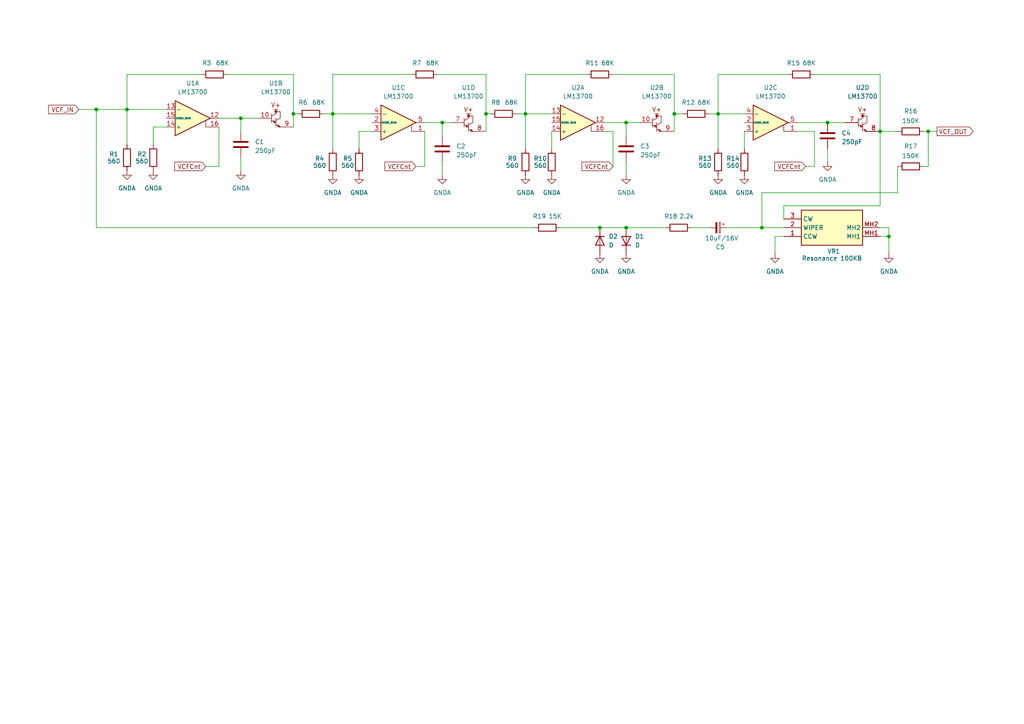
<source format=kicad_sch>
(kicad_sch (version 20231120) (generator "eeschema") (generator_version "8.0")
  (paper "A4")
  (lib_symbols
    (symbol "Amplifier_Operational:LM13700" (pin_names (offset 0.127))
      (property "Reference" "U" (at 3.81 5.08 0))
      (property "Value" "LM13700" (at 5.08 -5.08 0))
      (symbol "LM13700_1_1"
        (polyline (pts (xy 3.81 -0.635) (xy 3.81 -2.54) (xy 5.08 -2.54)))
        (polyline (pts (xy 5.08 0) (xy -5.08 -5.08) (xy -5.08 5.08) (xy 5.08 0)) (stroke (width 0.254)) (fill (type background)))
        (pin output line (at 7.62 0 180) (length 2.54) (name "~") (number "12"))
        (pin input line (at -7.62 2.54 0) (length 2.54) (name "-") (number "13"))
        (pin input line (at -7.62 -2.54 0) (length 2.54) (name "+") (number "14"))
        (pin input line (at -7.62 0 0) (length 2.54) (name "DIODE_BIAS") (number "15"))
        (pin input line (at 7.62 -2.54 180) (length 2.54) (name "~") (number "16"))
      )
      (symbol "LM13700_2_0"
        (polyline (pts (xy -1.905 2.54) (xy -3.175 2.54)))
      )
      (symbol "LM13700_2_1"
        (circle (center -2.54 1.905) (radius 0.254) (stroke (width 0.254)) (fill (type outline)))
        (polyline (pts (xy -3.81 -0.635) (xy -2.54 -1.27)))
        (polyline (pts (xy -3.81 1.27) (xy -3.81 -1.27)))
        (polyline (pts (xy -2.54 -1.905) (xy -1.27 -2.54)))
        (polyline (pts (xy -2.54 0) (xy -2.54 -2.54)))
        (polyline (pts (xy -3.81 0.635) (xy -2.54 1.27) (xy -2.54 1.905) (xy -2.54 2.54)))
        (polyline (pts (xy -2.54 -1.27) (xy -3.175 -0.635) (xy -3.175 -1.27) (xy -2.54 -1.27)) (fill (type outline)))
        (polyline (pts (xy -2.54 -0.635) (xy -1.27 0) (xy -1.27 1.905) (xy -2.54 1.905)))
        (polyline (pts (xy -1.27 -2.54) (xy -1.905 -1.905) (xy -1.905 -2.54) (xy -1.27 -2.54)) (fill (type outline)))
        (text "V+" (at -2.54 3.81 0) (effects (font (size 1.27 1.27))))
        (pin input line (at -7.62 0 0) (length 3.81) (name "~") (number "10"))
        (pin output line (at 2.54 -2.54 180) (length 3.81) (name "~") (number "9"))
      )
      (symbol "LM13700_3_1"
        (polyline (pts (xy 3.81 -0.635) (xy 3.81 -2.54) (xy 5.08 -2.54)))
        (polyline (pts (xy 5.08 0) (xy -5.08 -5.08) (xy -5.08 5.08) (xy 5.08 0)) (stroke (width 0.254)) (fill (type background)))
        (pin input line (at 7.62 -2.54 180) (length 2.54) (name "~") (number "1"))
        (pin input line (at -7.62 0 0) (length 2.54) (name "DIODE_BIAS") (number "2"))
        (pin input line (at -7.62 -2.54 0) (length 2.54) (name "+") (number "3"))
        (pin input line (at -7.62 2.54 0) (length 2.54) (name "-") (number "4"))
        (pin output line (at 7.62 0 180) (length 2.54) (name "~") (number "5"))
      )
      (symbol "LM13700_4_0"
        (polyline (pts (xy -3.175 2.54) (xy -1.905 2.54)))
        (text "V+" (at -2.54 3.81 0) (effects (font (size 1.27 1.27))))
      )
      (symbol "LM13700_4_1"
        (circle (center -2.54 1.905) (radius 0.254) (stroke (width 0.254)) (fill (type outline)))
        (polyline (pts (xy -3.81 -0.635) (xy -2.54 -1.27)))
        (polyline (pts (xy -3.81 1.27) (xy -3.81 -1.27)))
        (polyline (pts (xy -2.54 -1.905) (xy -1.27 -2.54)))
        (polyline (pts (xy -2.54 0) (xy -2.54 -2.54)))
        (polyline (pts (xy -3.81 0.635) (xy -2.54 1.27) (xy -2.54 2.54)))
        (polyline (pts (xy -2.54 -1.27) (xy -3.175 -0.635) (xy -3.175 -1.27) (xy -2.54 -1.27)) (fill (type outline)))
        (polyline (pts (xy -2.54 -0.635) (xy -1.27 0) (xy -1.27 1.905) (xy -2.54 1.905)))
        (polyline (pts (xy -1.27 -2.54) (xy -1.905 -1.905) (xy -1.905 -2.54) (xy -1.27 -2.54)) (fill (type outline)))
        (pin input line (at -7.62 0 0) (length 3.81) (name "~") (number "7"))
        (pin output line (at 2.54 -2.54 180) (length 3.81) (name "~") (number "8"))
      )
      (symbol "LM13700_5_1"
        (pin power_in line (at -2.54 7.62 270) (length 3.81) (name "V+") (number "11"))
        (pin power_in line (at -2.54 -7.62 90) (length 3.81) (name "V-") (number "6"))
      )
    )
    (symbol "Device:C" (pin_numbers hide) (pin_names (offset 0.254))
      (property "Reference" "C" (at 0.635 2.54 0))
      (property "Value" "C" (at 0.635 -2.54 0))
      (symbol "C_0_1"
        (polyline (pts (xy -2.032 -0.762) (xy 2.032 -0.762)) (stroke (width 0.508)))
        (polyline (pts (xy -2.032 0.762) (xy 2.032 0.762)) (stroke (width 0.508)))
      )
      (symbol "C_1_1"
        (pin passive line (at 0 3.81 270) (length 2.794) (name "~") (number "1"))
        (pin passive line (at 0 -3.81 90) (length 2.794) (name "~") (number "2"))
      )
    )
    (symbol "Device:C_Polarized_Small" (pin_numbers hide) (pin_names (offset 0.254) hide)
      (property "Reference" "C" (at 0.254 1.778 0))
      (property "Value" "C_Polarized_Small" (at 0.254 -2.032 0))
      (symbol "C_Polarized_Small_0_1"
        (rectangle (start -1.524 -0.3048) (end 1.524 -0.6858) (fill (type outline)))
        (rectangle (start -1.524 0.6858) (end 1.524 0.3048))
        (polyline (pts (xy -1.27 1.524) (xy -0.762 1.524)))
        (polyline (pts (xy -1.016 1.27) (xy -1.016 1.778)))
      )
      (symbol "C_Polarized_Small_1_1"
        (pin passive line (at 0 2.54 270) (length 1.8542) (name "~") (number "1"))
        (pin passive line (at 0 -2.54 90) (length 1.8542) (name "~") (number "2"))
      )
    )
    (symbol "Device:D" (pin_numbers hide) (pin_names (offset 1.016) hide)
      (property "Reference" "D" (at 0 2.54 0))
      (property "Value" "D" (at 0 -2.54 0))
      (symbol "D_0_1"
        (polyline (pts (xy -1.27 1.27) (xy -1.27 -1.27)) (stroke (width 0.254)))
        (polyline (pts (xy 1.27 0) (xy -1.27 0)))
        (polyline (pts (xy 1.27 1.27) (xy 1.27 -1.27) (xy -1.27 0) (xy 1.27 1.27)) (stroke (width 0.254)))
      )
      (symbol "D_1_1"
        (pin passive line (at -3.81 0 0) (length 2.54) (name "K") (number "1"))
        (pin passive line (at 3.81 0 180) (length 2.54) (name "A") (number "2"))
      )
    )
    (symbol "Device:R" (pin_numbers hide) (pin_names (offset 0))
      (property "Reference" "R" (at 2.032 0 90))
      (property "Value" "R" (at 0 0 90))
      (symbol "R_0_1"
        (rectangle (start -1.016 -2.54) (end 1.016 2.54) (stroke (width 0.254)))
      )
      (symbol "R_1_1"
        (pin passive line (at 0 3.81 270) (length 1.27) (name "~") (number "1"))
        (pin passive line (at 0 -3.81 90) (length 1.27) (name "~") (number "2"))
      )
    )
    (symbol "SamacSys_Parts:RK09D117000B"
      (property "Reference" "VR" (at 24.13 7.62 0))
      (property "Value" "RK09D117000B" (at 24.13 5.08 0))
      (symbol "RK09D117000B_1_1"
        (rectangle (start 5.08 2.54) (end 22.86 -7.62) (stroke (width 0.254)) (fill (type background)))
        (pin passive line (at 0 0 0) (length 5.08) (name "CCW") (number "1"))
        (pin passive line (at 0 -2.54 0) (length 5.08) (name "WIPER") (number "2"))
        (pin passive line (at 0 -5.08 0) (length 5.08) (name "CW") (number "3"))
        (pin passive line (at 27.94 0 180) (length 5.08) (name "MH1") (number "MH1"))
        (pin passive line (at 27.94 -2.54 180) (length 5.08) (name "MH2") (number "MH2"))
      )
    )
    (symbol "power:GNDA" (power) (pin_numbers hide) (pin_names (offset 0) hide)
      (property "Value" "GNDA" (at 0 -3.81 0))
      (symbol "GNDA_0_1"
        (polyline (pts (xy 0 0) (xy 0 -1.27) (xy 1.27 -1.27) (xy 0 -2.54) (xy -1.27 -1.27) (xy 0 -1.27)))
      )
      (symbol "GNDA_1_1"
        (pin power_in line (at 0 0 270) (length 0) (name "~") (number "1"))
      )
    )
  )
  (junction (at 27.94 31.75))
  (junction (at 85.09 33.02))
  (junction (at 69.85 34.29))
  (junction (at 257.81 68.58))
  (junction (at 181.61 35.56))
  (junction (at 220.98 66.04))
  (junction (at 173.99 66.04))
  (junction (at 208.28 33.02))
  (junction (at 152.4 33.02))
  (junction (at 36.83 31.75))
  (junction (at 195.58 33.02))
  (junction (at 128.27 35.56))
  (junction (at 96.52 33.02))
  (junction (at 240.03 35.56))
  (junction (at 269.24 38.1))
  (junction (at 140.97 33.02))
  (junction (at 255.27 38.1))
  (junction (at 181.61 66.04))
  (wire (pts (xy 173.99 66.04) (xy 181.61 66.04)))
  (wire (pts (xy 69.85 34.29) (xy 69.85 38.1)))
  (wire (pts (xy 255.27 38.1) (xy 255.27 59.69)))
  (wire (pts (xy 107.95 38.1) (xy 104.14 38.1)))
  (wire (pts (xy 22.86 31.75) (xy 27.94 31.75)))
  (wire (pts (xy 142.24 33.02) (xy 140.97 33.02)))
  (wire (pts (xy 123.19 48.26) (xy 120.65 48.26)))
  (wire (pts (xy 220.98 66.04) (xy 227.33 66.04)))
  (wire (pts (xy 195.58 33.02) (xy 195.58 21.59)))
  (wire (pts (xy 69.85 45.72) (xy 69.85 49.53)))
  (wire (pts (xy 255.27 59.69) (xy 227.33 59.69)))
  (wire (pts (xy 269.24 38.1) (xy 269.24 48.26)))
  (wire (pts (xy 96.52 21.59) (xy 96.52 33.02)))
  (wire (pts (xy 181.61 35.56) (xy 185.42 35.56)))
  (wire (pts (xy 195.58 33.02) (xy 198.12 33.02)))
  (wire (pts (xy 175.26 35.56) (xy 181.61 35.56)))
  (wire (pts (xy 195.58 21.59) (xy 177.8 21.59)))
  (wire (pts (xy 160.02 38.1) (xy 160.02 43.18)))
  (wire (pts (xy 215.9 38.1) (xy 215.9 43.18)))
  (wire (pts (xy 119.38 21.59) (xy 96.52 21.59)))
  (wire (pts (xy 195.58 38.1) (xy 195.58 33.02)))
  (wire (pts (xy 162.56 66.04) (xy 173.99 66.04)))
  (wire (pts (xy 231.14 35.56) (xy 240.03 35.56)))
  (wire (pts (xy 27.94 66.04) (xy 27.94 31.75)))
  (wire (pts (xy 240.03 43.18) (xy 240.03 46.99)))
  (wire (pts (xy 257.81 68.58) (xy 257.81 73.66)))
  (wire (pts (xy 107.95 33.02) (xy 96.52 33.02)))
  (wire (pts (xy 85.09 21.59) (xy 66.04 21.59)))
  (wire (pts (xy 36.83 31.75) (xy 36.83 41.91)))
  (wire (pts (xy 257.81 68.58) (xy 257.81 66.04)))
  (wire (pts (xy 59.69 48.26) (xy 63.5 48.26)))
  (wire (pts (xy 123.19 38.1) (xy 123.19 48.26)))
  (wire (pts (xy 181.61 46.99) (xy 181.61 50.8)))
  (wire (pts (xy 85.09 33.02) (xy 86.36 33.02)))
  (wire (pts (xy 140.97 21.59) (xy 140.97 33.02)))
  (wire (pts (xy 128.27 35.56) (xy 130.81 35.56)))
  (wire (pts (xy 236.22 48.26) (xy 233.68 48.26)))
  (wire (pts (xy 123.19 35.56) (xy 128.27 35.56)))
  (wire (pts (xy 27.94 31.75) (xy 36.83 31.75)))
  (wire (pts (xy 208.28 21.59) (xy 208.28 33.02)))
  (wire (pts (xy 224.79 68.58) (xy 224.79 73.66)))
  (wire (pts (xy 152.4 21.59) (xy 152.4 33.02)))
  (wire (pts (xy 96.52 33.02) (xy 96.52 43.18)))
  (wire (pts (xy 255.27 38.1) (xy 260.35 38.1)))
  (wire (pts (xy 236.22 38.1) (xy 236.22 48.26)))
  (wire (pts (xy 177.8 38.1) (xy 175.26 38.1)))
  (wire (pts (xy 36.83 21.59) (xy 36.83 31.75)))
  (wire (pts (xy 231.14 38.1) (xy 236.22 38.1)))
  (wire (pts (xy 48.26 31.75) (xy 36.83 31.75)))
  (wire (pts (xy 149.86 33.02) (xy 152.4 33.02)))
  (wire (pts (xy 128.27 35.56) (xy 128.27 39.37)))
  (wire (pts (xy 181.61 35.56) (xy 181.61 39.37)))
  (wire (pts (xy 255.27 66.04) (xy 257.81 66.04)))
  (wire (pts (xy 269.24 48.26) (xy 267.97 48.26)))
  (wire (pts (xy 260.35 55.88) (xy 220.98 55.88)))
  (wire (pts (xy 63.5 34.29) (xy 69.85 34.29)))
  (wire (pts (xy 208.28 33.02) (xy 215.9 33.02)))
  (wire (pts (xy 260.35 48.26) (xy 260.35 55.88)))
  (wire (pts (xy 227.33 59.69) (xy 227.33 63.5)))
  (wire (pts (xy 255.27 21.59) (xy 236.22 21.59)))
  (wire (pts (xy 210.82 66.04) (xy 220.98 66.04)))
  (wire (pts (xy 48.26 36.83) (xy 44.45 36.83)))
  (wire (pts (xy 220.98 55.88) (xy 220.98 66.04)))
  (wire (pts (xy 200.66 66.04) (xy 205.74 66.04)))
  (wire (pts (xy 58.42 21.59) (xy 36.83 21.59)))
  (wire (pts (xy 181.61 66.04) (xy 193.04 66.04)))
  (wire (pts (xy 44.45 36.83) (xy 44.45 41.91)))
  (wire (pts (xy 127 21.59) (xy 140.97 21.59)))
  (wire (pts (xy 152.4 33.02) (xy 160.02 33.02)))
  (wire (pts (xy 152.4 33.02) (xy 152.4 43.18)))
  (wire (pts (xy 85.09 36.83) (xy 85.09 33.02)))
  (wire (pts (xy 104.14 38.1) (xy 104.14 43.18)))
  (wire (pts (xy 128.27 46.99) (xy 128.27 50.8)))
  (wire (pts (xy 177.8 38.1) (xy 177.8 48.26)))
  (wire (pts (xy 208.28 33.02) (xy 208.28 43.18)))
  (wire (pts (xy 240.03 35.56) (xy 245.11 35.56)))
  (wire (pts (xy 85.09 33.02) (xy 85.09 21.59)))
  (wire (pts (xy 69.85 34.29) (xy 74.93 34.29)))
  (wire (pts (xy 269.24 38.1) (xy 271.78 38.1)))
  (wire (pts (xy 255.27 38.1) (xy 255.27 21.59)))
  (wire (pts (xy 140.97 33.02) (xy 140.97 38.1)))
  (wire (pts (xy 63.5 48.26) (xy 63.5 36.83)))
  (wire (pts (xy 255.27 68.58) (xy 257.81 68.58)))
  (wire (pts (xy 170.18 21.59) (xy 152.4 21.59)))
  (wire (pts (xy 205.74 33.02) (xy 208.28 33.02)))
  (wire (pts (xy 93.98 33.02) (xy 96.52 33.02)))
  (wire (pts (xy 269.24 38.1) (xy 267.97 38.1)))
  (wire (pts (xy 227.33 68.58) (xy 224.79 68.58)))
  (wire (pts (xy 228.6 21.59) (xy 208.28 21.59)))
  (wire (pts (xy 154.94 66.04) (xy 27.94 66.04)))
  (global_label "VCFCnt" (shape input) (at 177.8 48.26 180) (property "Intersheetrefs" "${INTERSHEET_REFS}" (effects (hide yes))))
  (global_label "VCFCnt" (shape input) (at 120.65 48.26 180) (property "Intersheetrefs" "${INTERSHEET_REFS}" (effects (hide yes))))
  (global_label "VCFCnt" (shape input) (at 233.68 48.26 180) (property "Intersheetrefs" "${INTERSHEET_REFS}" (effects (hide yes))))
  (global_label "VCFCnt" (shape input) (at 59.69 48.26 180) (property "Intersheetrefs" "${INTERSHEET_REFS}" (effects (hide yes))))
  (global_label "VCF_OUT" (shape output) (at 271.78 38.1 0) (property "Intersheetrefs" "${INTERSHEET_REFS}" (effects (hide yes))))
  (global_label "VCF_IN" (shape input) (at 22.86 31.75 180) (property "Intersheetrefs" "${INTERSHEET_REFS}" (effects (hide yes))))
  (symbol (lib_id "Device:R") (at 232.41 21.59 90) (unit 1)
    (property "Reference" "R15" (at 230.124 18.288 90))
    (property "Value" "68K" (at 234.696 18.288 90))
    (property "Footprint" "Resistor_THT:R_Axial_DIN0204_L3.6mm_D1.6mm_P2.54mm_Vertical" (effects (hide yes)))
    (property "Description" "Resistor" (effects (hide yes)))
  )
  (symbol (lib_id "Amplifier_Operational:LM13700") (at 82.55 34.29 0) (unit 2)
    (property "Reference" "U1" (at 80.01 24.13 0))
    (property "Value" "LM13700" (at 80.01 26.67 0))
    (property "Footprint" "Package_SO:SOIC-16_3.9x9.9mm_P1.27mm" (effects (hide yes)))
    (property "Datasheet" "http://www.ti.com/lit/ds/symlink/lm13700.pdf" (effects (hide yes)))
    (property "Description" "Dual Operational Transconductance Amplifiers with Linearizing Diodes and Buffers, DIP-16/SOIC-16" (effects (hide yes)))
  )
  (symbol (lib_id "Device:R") (at 173.99 21.59 90) (unit 1)
    (property "Reference" "R11" (at 171.704 18.288 90))
    (property "Value" "68K" (at 176.276 18.288 90))
    (property "Footprint" "Resistor_THT:R_Axial_DIN0204_L3.6mm_D1.6mm_P2.54mm_Vertical" (effects (hide yes)))
    (property "Description" "Resistor" (effects (hide yes)))
  )
  (symbol (lib_id "Device:D") (at 181.61 69.85 90) (unit 1)
    (property "Reference" "D1" (at 184.15 68.5799 90) (effects (justify right)))
    (property "Value" "D" (at 184.15 71.1199 90) (effects (justify right)))
    (property "Footprint" "Diode_THT:D_DO-34_SOD68_P2.54mm_Vertical_AnodeUp" (effects (hide yes)))
    (property "Description" "Diode" (effects (hide yes)))
    (property "Sim.Device" "D" (effects (hide yes)))
    (property "Sim.Pins" "1=K 2=A" (effects (hide yes)))
  )
  (symbol (lib_id "Device:R") (at 196.85 66.04 90) (unit 1)
    (property "Reference" "R18" (at 194.564 62.738 90))
    (property "Value" "2.2k" (at 199.136 62.738 90))
    (property "Footprint" "Resistor_THT:R_Axial_DIN0204_L3.6mm_D1.6mm_P2.54mm_Vertical" (effects (hide yes)))
    (property "Description" "Resistor" (effects (hide yes)))
  )
  (symbol (lib_id "power:GNDA") (at 128.27 50.8 0) (unit 1)
    (property "Reference" "#PWR011" (effects (hide yes)))
    (property "Value" "GNDA" (at 128.27 55.88 0))
    (property "Description" "Power symbol creates a global label with name \"GNDA\" , analog ground" (effects (hide yes)))
  )
  (symbol (lib_id "Device:R") (at 201.93 33.02 90) (unit 1)
    (property "Reference" "R12" (at 199.644 29.718 90))
    (property "Value" "68K" (at 204.216 29.718 90))
    (property "Footprint" "Resistor_THT:R_Axial_DIN0204_L3.6mm_D1.6mm_P2.54mm_Vertical" (effects (hide yes)))
    (property "Description" "Resistor" (effects (hide yes)))
  )
  (symbol (lib_id "power:GNDA") (at 44.45 49.53 0) (unit 1)
    (property "Reference" "#PWR06" (effects (hide yes)))
    (property "Value" "GNDA" (at 44.45 54.61 0))
    (property "Description" "Power symbol creates a global label with name \"GNDA\" , analog ground" (effects (hide yes)))
  )
  (symbol (lib_id "power:GNDA") (at 69.85 49.53 0) (unit 1)
    (property "Reference" "#PWR08" (effects (hide yes)))
    (property "Value" "GNDA" (at 69.85 54.61 0))
    (property "Description" "Power symbol creates a global label with name \"GNDA\" , analog ground" (effects (hide yes)))
  )
  (symbol (lib_id "power:GNDA") (at 215.9 50.8 0) (unit 1)
    (property "Reference" "#PWR016" (effects (hide yes)))
    (property "Value" "GNDA" (at 215.9 55.88 0))
    (property "Description" "Power symbol creates a global label with name \"GNDA\" , analog ground" (effects (hide yes)))
  )
  (symbol (lib_id "Device:C") (at 181.61 43.18 0) (unit 1)
    (property "Reference" "C3" (at 185.674 42.418 0) (effects (justify left)))
    (property "Value" "250pF" (at 185.674 44.958 0) (effects (justify left)))
    (property "Footprint" "Capacitor_THT:C_Disc_D3.4mm_W2.1mm_P2.50mm" (effects (hide yes)))
    (property "Description" "Unpolarized capacitor" (effects (hide yes)))
  )
  (symbol (lib_id "Device:R") (at 123.19 21.59 90) (unit 1)
    (property "Reference" "R7" (at 120.904 18.288 90))
    (property "Value" "68K" (at 125.476 18.288 90))
    (property "Footprint" "Resistor_THT:R_Axial_DIN0204_L3.6mm_D1.6mm_P2.54mm_Vertical" (effects (hide yes)))
    (property "Description" "Resistor" (effects (hide yes)))
  )
  (symbol (lib_id "power:GNDA") (at 257.81 73.66 0) (unit 1)
    (property "Reference" "#PWR018" (effects (hide yes)))
    (property "Value" "GNDA" (at 257.81 78.74 0))
    (property "Description" "Power symbol creates a global label with name \"GNDA\" , analog ground" (effects (hide yes)))
  )
  (symbol (lib_id "Device:R") (at 152.4 46.99 180) (unit 1)
    (property "Reference" "R9" (at 148.59 45.974 0))
    (property "Value" "560" (at 148.59 48.006 0))
    (property "Footprint" "Resistor_THT:R_Axial_DIN0204_L3.6mm_D1.6mm_P2.54mm_Vertical" (effects (hide yes)))
    (property "Description" "Resistor" (effects (hide yes)))
  )
  (symbol (lib_id "power:GNDA") (at 181.61 73.66 0) (unit 1)
    (property "Reference" "#PWR020" (effects (hide yes)))
    (property "Value" "GNDA" (at 181.61 78.74 0))
    (property "Description" "Power symbol creates a global label with name \"GNDA\" , analog ground" (effects (hide yes)))
  )
  (symbol (lib_id "power:GNDA") (at 96.52 50.8 0) (unit 1)
    (property "Reference" "#PWR09" (effects (hide yes)))
    (property "Value" "GNDA" (at 96.52 55.88 0))
    (property "Description" "Power symbol creates a global label with name \"GNDA\" , analog ground" (effects (hide yes)))
  )
  (symbol (lib_id "Device:C") (at 128.27 43.18 0) (unit 1)
    (property "Reference" "C2" (at 132.334 42.418 0) (effects (justify left)))
    (property "Value" "250pF" (at 132.334 44.958 0) (effects (justify left)))
    (property "Footprint" "Capacitor_THT:C_Disc_D3.4mm_W2.1mm_P2.50mm" (effects (hide yes)))
    (property "Description" "Unpolarized capacitor" (effects (hide yes)))
  )
  (symbol (lib_id "power:GNDA") (at 173.99 73.66 0) (unit 1)
    (property "Reference" "#PWR021" (effects (hide yes)))
    (property "Value" "GNDA" (at 173.99 78.74 0))
    (property "Description" "Power symbol creates a global label with name \"GNDA\" , analog ground" (effects (hide yes)))
  )
  (symbol (lib_id "Amplifier_Operational:LM13700") (at 115.57 35.56 0) (unit 3)
    (property "Reference" "U1" (at 115.57 25.4 0))
    (property "Value" "LM13700" (at 115.57 27.94 0))
    (property "Footprint" "Package_SO:SOIC-16_3.9x9.9mm_P1.27mm" (effects (hide yes)))
    (property "Datasheet" "http://www.ti.com/lit/ds/symlink/lm13700.pdf" (effects (hide yes)))
    (property "Description" "Dual Operational Transconductance Amplifiers with Linearizing Diodes and Buffers, DIP-16/SOIC-16" (effects (hide yes)))
  )
  (symbol (lib_id "Device:R") (at 264.16 48.26 90) (unit 1)
    (property "Reference" "R17" (at 264.16 42.418 90))
    (property "Value" "150K" (at 264.16 45.212 90))
    (property "Footprint" "Resistor_THT:R_Axial_DIN0204_L3.6mm_D1.6mm_P2.54mm_Vertical" (effects (hide yes)))
    (property "Description" "Resistor" (effects (hide yes)))
  )
  (symbol (lib_id "Amplifier_Operational:LM13700") (at 55.88 34.29 0) (unit 1)
    (property "Reference" "U1" (at 55.88 24.13 0))
    (property "Value" "LM13700" (at 55.88 26.67 0))
    (property "Footprint" "Package_SO:SOIC-16_3.9x9.9mm_P1.27mm" (effects (hide yes)))
    (property "Datasheet" "http://www.ti.com/lit/ds/symlink/lm13700.pdf" (effects (hide yes)))
    (property "Description" "Dual Operational Transconductance Amplifiers with Linearizing Diodes and Buffers, DIP-16/SOIC-16" (effects (hide yes)))
  )
  (symbol (lib_id "power:GNDA") (at 36.83 49.53 0) (unit 1)
    (property "Reference" "#PWR07" (effects (hide yes)))
    (property "Value" "GNDA" (at 36.83 54.61 0))
    (property "Description" "Power symbol creates a global label with name \"GNDA\" , analog ground" (effects (hide yes)))
  )
  (symbol (lib_id "Amplifier_Operational:LM13700") (at 193.04 35.56 0) (unit 2)
    (property "Reference" "U2" (at 190.5 25.4 0))
    (property "Value" "LM13700" (at 190.5 27.94 0))
    (property "Datasheet" "http://www.ti.com/lit/ds/symlink/lm13700.pdf" (effects (hide yes)))
    (property "Description" "Dual Operational Transconductance Amplifiers with Linearizing Diodes and Buffers, DIP-16/SOIC-16" (effects (hide yes)))
  )
  (symbol (lib_id "Amplifier_Operational:LM13700") (at 167.64 35.56 0) (unit 1)
    (property "Reference" "U2" (at 167.64 25.4 0))
    (property "Value" "LM13700" (at 167.64 27.94 0))
    (property "Datasheet" "http://www.ti.com/lit/ds/symlink/lm13700.pdf" (effects (hide yes)))
    (property "Description" "Dual Operational Transconductance Amplifiers with Linearizing Diodes and Buffers, DIP-16/SOIC-16" (effects (hide yes)))
  )
  (symbol (lib_id "power:GNDA") (at 224.79 73.66 0) (unit 1)
    (property "Reference" "#PWR019" (effects (hide yes)))
    (property "Value" "GNDA" (at 224.79 78.74 0))
    (property "Description" "Power symbol creates a global label with name \"GNDA\" , analog ground" (effects (hide yes)))
  )
  (symbol (lib_id "Device:R") (at 215.9 46.99 180) (unit 1)
    (property "Reference" "R14" (at 212.598 45.974 0))
    (property "Value" "560" (at 212.598 48.006 0))
    (property "Footprint" "Resistor_THT:R_Axial_DIN0204_L3.6mm_D1.6mm_P2.54mm_Vertical" (effects (hide yes)))
    (property "Description" "Resistor" (effects (hide yes)))
  )
  (symbol (lib_id "power:GNDA") (at 160.02 50.8 0) (unit 1)
    (property "Reference" "#PWR013" (effects (hide yes)))
    (property "Value" "GNDA" (at 160.02 55.88 0))
    (property "Description" "Power symbol creates a global label with name \"GNDA\" , analog ground" (effects (hide yes)))
  )
  (symbol (lib_id "power:GNDA") (at 152.4 50.8 0) (unit 1)
    (property "Reference" "#PWR012" (effects (hide yes)))
    (property "Value" "GNDA" (at 152.4 55.88 0))
    (property "Description" "Power symbol creates a global label with name \"GNDA\" , analog ground" (effects (hide yes)))
  )
  (symbol (lib_id "power:GNDA") (at 181.61 50.8 0) (unit 1)
    (property "Reference" "#PWR014" (effects (hide yes)))
    (property "Value" "GNDA" (at 181.61 55.88 0))
    (property "Description" "Power symbol creates a global label with name \"GNDA\" , analog ground" (effects (hide yes)))
  )
  (symbol (lib_id "Device:R") (at 104.14 46.99 180) (unit 1)
    (property "Reference" "R5" (at 100.838 45.974 0))
    (property "Value" "560" (at 100.838 48.006 0))
    (property "Footprint" "Resistor_THT:R_Axial_DIN0204_L3.6mm_D1.6mm_P2.54mm_Vertical" (effects (hide yes)))
    (property "Description" "Resistor" (effects (hide yes)))
  )
  (symbol (lib_id "power:GNDA") (at 240.03 46.99 0) (unit 1)
    (property "Reference" "#PWR017" (effects (hide yes)))
    (property "Value" "GNDA" (at 240.03 52.07 0))
    (property "Description" "Power symbol creates a global label with name \"GNDA\" , analog ground" (effects (hide yes)))
  )
  (symbol (lib_id "Device:R") (at 44.45 45.72 180) (unit 1)
    (property "Reference" "R2" (at 41.148 44.704 0))
    (property "Value" "560" (at 41.148 46.736 0))
    (property "Footprint" "Resistor_THT:R_Axial_DIN0204_L3.6mm_D1.6mm_P2.54mm_Vertical" (effects (hide yes)))
    (property "Description" "Resistor" (effects (hide yes)))
  )
  (symbol (lib_id "Device:R") (at 146.05 33.02 90) (unit 1)
    (property "Reference" "R8" (at 143.764 29.718 90))
    (property "Value" "68K" (at 148.336 29.718 90))
    (property "Footprint" "Resistor_THT:R_Axial_DIN0204_L3.6mm_D1.6mm_P2.54mm_Vertical" (effects (hide yes)))
    (property "Description" "Resistor" (effects (hide yes)))
  )
  (symbol (lib_id "Amplifier_Operational:LM13700") (at 223.52 35.56 0) (unit 3)
    (property "Reference" "U2" (at 223.52 25.4 0))
    (property "Value" "LM13700" (at 223.52 27.94 0))
    (property "Datasheet" "http://www.ti.com/lit/ds/symlink/lm13700.pdf" (effects (hide yes)))
    (property "Description" "Dual Operational Transconductance Amplifiers with Linearizing Diodes and Buffers, DIP-16/SOIC-16" (effects (hide yes)))
  )
  (symbol (lib_id "Device:R") (at 96.52 46.99 180) (unit 1)
    (property "Reference" "R4" (at 92.71 45.974 0))
    (property "Value" "560" (at 92.71 48.006 0))
    (property "Footprint" "Resistor_THT:R_Axial_DIN0204_L3.6mm_D1.6mm_P2.54mm_Vertical" (effects (hide yes)))
    (property "Description" "Resistor" (effects (hide yes)))
  )
  (symbol (lib_id "Device:R") (at 208.28 46.99 180) (unit 1)
    (property "Reference" "R13" (at 204.47 45.974 0))
    (property "Value" "560" (at 204.47 48.006 0))
    (property "Footprint" "Resistor_THT:R_Axial_DIN0204_L3.6mm_D1.6mm_P2.54mm_Vertical" (effects (hide yes)))
    (property "Description" "Resistor" (effects (hide yes)))
  )
  (symbol (lib_id "Amplifier_Operational:LM13700") (at 138.43 35.56 0) (unit 4)
    (property "Reference" "U1" (at 135.89 25.4 0))
    (property "Value" "LM13700" (at 135.89 27.94 0))
    (property "Footprint" "Package_SO:SOIC-16_3.9x9.9mm_P1.27mm" (effects (hide yes)))
    (property "Datasheet" "http://www.ti.com/lit/ds/symlink/lm13700.pdf" (effects (hide yes)))
    (property "Description" "Dual Operational Transconductance Amplifiers with Linearizing Diodes and Buffers, DIP-16/SOIC-16" (effects (hide yes)))
  )
  (symbol (lib_id "SamacSys_Parts:RK09D117000B") (at 227.33 68.58 0) (mirror x) (unit 1)
    (property "Reference" "VR1" (at 241.808 72.898 0))
    (property "Value" "Resonance 100KB" (at 241.3 74.93 0))
    (property "Footprint" "RK09D117000B" (effects (hide yes)))
    (property "Datasheet" "https://tech.alpsalpine.com/prod/j/html/potentiometer/rotarypotentiometers/rk09k/rk09d117000b.html" (effects (hide yes)))
    (property "Description" "9-inch insulated shaft snap-in type RK09K/RK09D series" (effects (hide yes)))
    (property "Height" "30" (effects (hide yes)))
    (property "Manufacturer_Name" "ALPS Electric" (effects (hide yes)))
    (property "Manufacturer_Part_Number" "RK09D117000B" (effects (hide yes)))
    (property "Mouser Part Number" "688-RK09D117000B" (effects (hide yes)))
    (property "Mouser Price/Stock" "https://www.mouser.co.uk/ProductDetail/Alps-Alpine/RK09D117000B?qs=3cOf6TWd2rbc67829PEbEQ%3D%3D" (effects (hide yes)))
  )
  (symbol (lib_id "Device:R") (at 160.02 46.99 180) (unit 1)
    (property "Reference" "R10" (at 156.718 45.974 0))
    (property "Value" "560" (at 156.718 48.006 0))
    (property "Footprint" "Resistor_THT:R_Axial_DIN0204_L3.6mm_D1.6mm_P2.54mm_Vertical" (effects (hide yes)))
    (property "Description" "Resistor" (effects (hide yes)))
  )
  (symbol (lib_id "Device:R") (at 158.75 66.04 90) (unit 1)
    (property "Reference" "R19" (at 156.464 62.738 90))
    (property "Value" "15K" (at 161.036 62.738 90))
    (property "Footprint" "Resistor_THT:R_Axial_DIN0204_L3.6mm_D1.6mm_P2.54mm_Vertical" (effects (hide yes)))
    (property "Description" "Resistor" (effects (hide yes)))
  )
  (symbol (lib_id "Device:R") (at 36.83 45.72 180) (unit 1)
    (property "Reference" "R1" (at 33.02 44.704 0))
    (property "Value" "560" (at 33.02 46.736 0))
    (property "Footprint" "Resistor_THT:R_Axial_DIN0204_L3.6mm_D1.6mm_P2.54mm_Vertical" (effects (hide yes)))
    (property "Description" "Resistor" (effects (hide yes)))
  )
  (symbol (lib_id "Amplifier_Operational:LM13700") (at 252.73 35.56 0) (unit 4)
    (property "Reference" "U2" (at 250.19 25.4 0))
    (property "Value" "LM13700" (at 250.19 27.94 0))
    (property "Datasheet" "http://www.ti.com/lit/ds/symlink/lm13700.pdf" (effects (hide yes)))
    (property "Description" "Dual Operational Transconductance Amplifiers with Linearizing Diodes and Buffers, DIP-16/SOIC-16" (effects (hide yes)))
  )
  (symbol (lib_id "Device:C_Polarized_Small") (at 208.28 66.04 270) (unit 1)
    (property "Reference" "C5" (at 207.518 71.628 90) (effects (justify left)))
    (property "Value" "10uF/16V" (at 204.47 69.088 90) (effects (justify left)))
    (property "Footprint" "Capacitor_THT:CP_Radial_D5.0mm_P2.50mm" (effects (hide yes)))
    (property "Description" "Polarized capacitor, small symbol" (effects (hide yes)))
  )
  (symbol (lib_id "Device:C") (at 240.03 39.37 0) (unit 1)
    (property "Reference" "C4" (at 244.094 38.608 0) (effects (justify left)))
    (property "Value" "250pF" (at 244.094 41.148 0) (effects (justify left)))
    (property "Footprint" "Capacitor_THT:C_Disc_D3.4mm_W2.1mm_P2.50mm" (effects (hide yes)))
    (property "Description" "Unpolarized capacitor" (effects (hide yes)))
  )
  (symbol (lib_id "power:GNDA") (at 104.14 50.8 0) (unit 1)
    (property "Reference" "#PWR010" (effects (hide yes)))
    (property "Value" "GNDA" (at 104.14 55.88 0))
    (property "Description" "Power symbol creates a global label with name \"GNDA\" , analog ground" (effects (hide yes)))
  )
  (symbol (lib_id "Device:R") (at 264.16 38.1 90) (unit 1)
    (property "Reference" "R16" (at 264.16 32.258 90))
    (property "Value" "150K" (at 264.16 35.052 90))
    (property "Footprint" "Resistor_THT:R_Axial_DIN0204_L3.6mm_D1.6mm_P2.54mm_Vertical" (effects (hide yes)))
    (property "Description" "Resistor" (effects (hide yes)))
  )
  (symbol (lib_id "power:GNDA") (at 208.28 50.8 0) (unit 1)
    (property "Reference" "#PWR015" (effects (hide yes)))
    (property "Value" "GNDA" (at 208.28 55.88 0))
    (property "Description" "Power symbol creates a global label with name \"GNDA\" , analog ground" (effects (hide yes)))
  )
  (symbol (lib_id "Device:R") (at 62.23 21.59 90) (unit 1)
    (property "Reference" "R3" (at 59.944 18.288 90))
    (property "Value" "68K" (at 64.516 18.288 90))
    (property "Footprint" "Resistor_THT:R_Axial_DIN0204_L3.6mm_D1.6mm_P2.54mm_Vertical" (effects (hide yes)))
    (property "Description" "Resistor" (effects (hide yes)))
  )
  (symbol (lib_id "Device:C") (at 69.85 41.91 0) (unit 1)
    (property "Reference" "C1" (at 73.914 41.148 0) (effects (justify left)))
    (property "Value" "250pF" (at 73.914 43.688 0) (effects (justify left)))
    (property "Footprint" "Capacitor_THT:C_Disc_D3.4mm_W2.1mm_P2.50mm" (effects (hide yes)))
    (property "Description" "Unpolarized capacitor" (effects (hide yes)))
  )
  (symbol (lib_id "Device:D") (at 173.99 69.85 270) (unit 1)
    (property "Reference" "D2" (at 176.53 68.5799 90) (effects (justify left)))
    (property "Value" "D" (at 176.53 71.1199 90) (effects (justify left)))
    (property "Footprint" "Diode_THT:D_DO-34_SOD68_P2.54mm_Vertical_AnodeUp" (effects (hide yes)))
    (property "Description" "Diode" (effects (hide yes)))
    (property "Sim.Device" "D" (effects (hide yes)))
    (property "Sim.Pins" "1=K 2=A" (effects (hide yes)))
  )
  (symbol (lib_id "Device:R") (at 90.17 33.02 90) (unit 1)
    (property "Reference" "R6" (at 87.884 29.718 90))
    (property "Value" "68K" (at 92.456 29.718 90))
    (property "Footprint" "Resistor_THT:R_Axial_DIN0204_L3.6mm_D1.6mm_P2.54mm_Vertical" (effects (hide yes)))
    (property "Description" "Resistor" (effects (hide yes)))
  )
)
</source>
